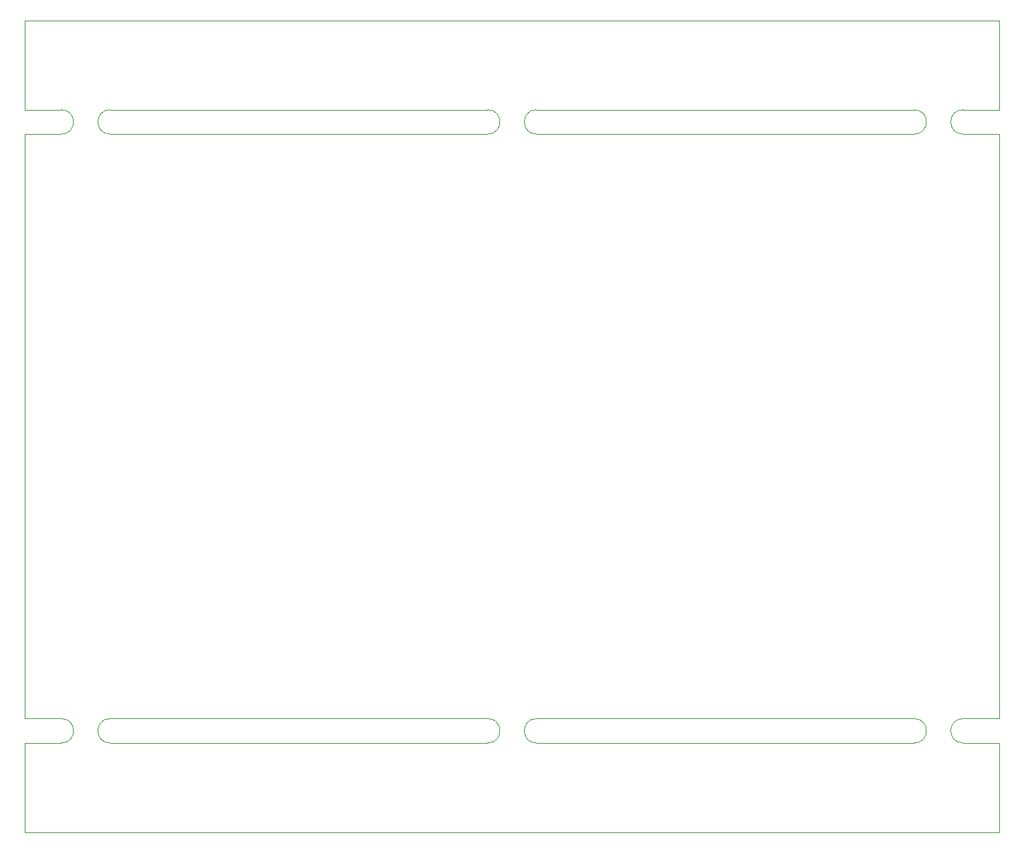
<source format=gbr>
%TF.GenerationSoftware,KiCad,Pcbnew,(6.0.4)*%
%TF.CreationDate,2022-12-17T19:50:06+01:00*%
%TF.ProjectId,bsc,6273632e-6b69-4636-9164-5f7063625858,rev?*%
%TF.SameCoordinates,Original*%
%TF.FileFunction,Profile,NP*%
%FSLAX46Y46*%
G04 Gerber Fmt 4.6, Leading zero omitted, Abs format (unit mm)*
G04 Created by KiCad (PCBNEW (6.0.4)) date 2022-12-17 19:50:06*
%MOMM*%
%LPD*%
G01*
G04 APERTURE LIST*
%TA.AperFunction,Profile*%
%ADD10C,0.100000*%
%TD*%
G04 APERTURE END LIST*
D10*
X40500000Y-105000000D02*
X87000000Y-105000000D01*
X30000000Y-102000000D02*
X34500000Y-102000000D01*
X87000000Y-105000000D02*
G75*
G03*
X87000000Y-102000000I0J1500000D01*
G01*
X139500000Y-30000000D02*
G75*
G03*
X139500000Y-27000000I0J1500000D01*
G01*
X150000000Y-102000000D02*
X150000000Y-30000000D01*
X34500000Y-30000000D02*
X30000000Y-30000000D01*
X30000000Y-116000000D02*
X150000000Y-116000000D01*
X87000000Y-30000000D02*
G75*
G03*
X87000000Y-27000000I0J1500000D01*
G01*
X139500000Y-105000000D02*
X93000000Y-105000000D01*
X93000000Y-27000000D02*
G75*
G03*
X93000000Y-30000000I0J-1500000D01*
G01*
X150000000Y-102000000D02*
X145500000Y-102000000D01*
X34500000Y-105000000D02*
X30000000Y-105000000D01*
X145500000Y-102000000D02*
G75*
G03*
X145500000Y-105000000I0J-1500000D01*
G01*
X40500000Y-102000000D02*
X87000000Y-102000000D01*
X150000000Y-16000000D02*
X30000000Y-16000000D01*
X40500000Y-27000000D02*
G75*
G03*
X40500000Y-30000000I0J-1500000D01*
G01*
X139500000Y-27000000D02*
X93000000Y-27000000D01*
X93000000Y-102000000D02*
G75*
G03*
X93000000Y-105000000I0J-1500000D01*
G01*
X40500000Y-102000000D02*
G75*
G03*
X40500000Y-105000000I0J-1500000D01*
G01*
X93000000Y-30000000D02*
X139500000Y-30000000D01*
X30000000Y-30000000D02*
X30000000Y-102000000D01*
X30000000Y-116000000D02*
X30000000Y-105000000D01*
X150000000Y-16000000D02*
X150000000Y-27000000D01*
X34500000Y-105000000D02*
G75*
G03*
X34500000Y-102000000I0J1500000D01*
G01*
X93000000Y-102000000D02*
X139500000Y-102000000D01*
X145500000Y-105000000D02*
X150000000Y-105000000D01*
X150000000Y-105000000D02*
X150000000Y-116000000D01*
X30000000Y-16000000D02*
X30000000Y-27000000D01*
X87000000Y-30000000D02*
X40500000Y-30000000D01*
X145500000Y-27000000D02*
G75*
G03*
X145500000Y-30000000I0J-1500000D01*
G01*
X145500000Y-30000000D02*
X150000000Y-30000000D01*
X40500000Y-27000000D02*
X87000000Y-27000000D01*
X139500000Y-105000000D02*
G75*
G03*
X139500000Y-102000000I0J1500000D01*
G01*
X34500000Y-30000000D02*
G75*
G03*
X34500000Y-27000000I0J1500000D01*
G01*
X34500000Y-27000000D02*
X30000000Y-27000000D01*
X145500000Y-27000000D02*
X150000000Y-27000000D01*
M02*

</source>
